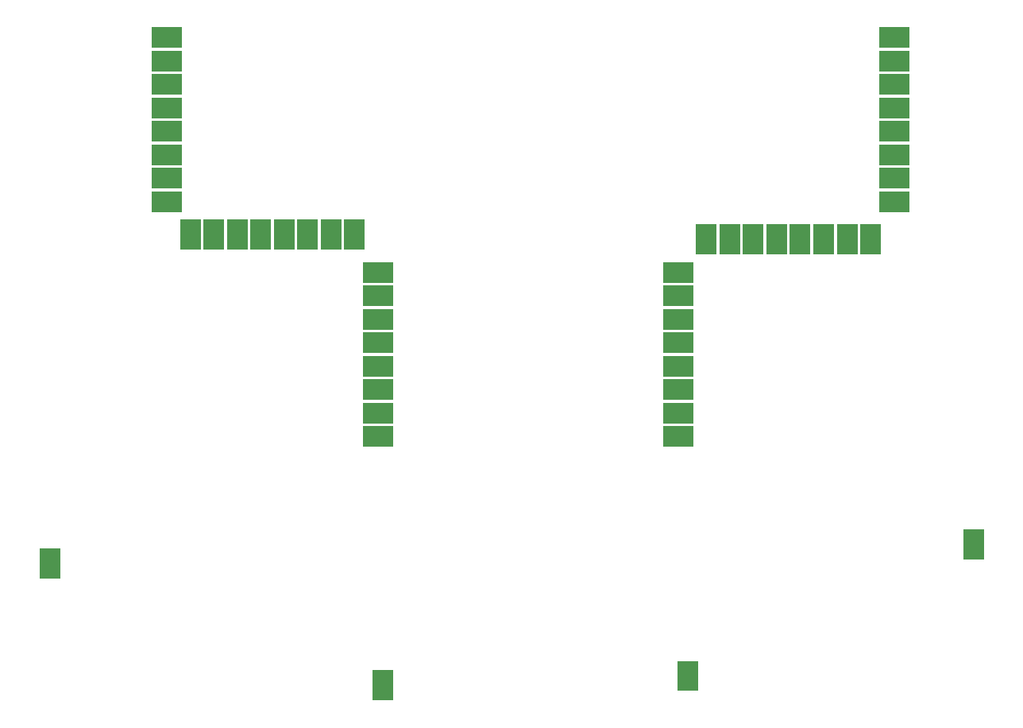
<source format=gbs>
G04 Layer: BottomSolderMaskLayer*
G04 EasyEDA v6.4.25, 2022-01-12T17:36:27--7:00*
G04 12c81a346b754f11b05be9c808d69f64,c152627e17c142f38e8cee34c074023c,10*
G04 Gerber Generator version 0.2*
G04 Scale: 100 percent, Rotated: No, Reflected: No *
G04 Dimensions in millimeters *
G04 leading zeros omitted , absolute positions ,4 integer and 5 decimal *
%FSLAX45Y45*%
%MOMM*%

%ADD16R,3.2032X2.2032*%

%LPD*%
G36*
X10989818Y-4110228D02*
G01*
X10989818Y-3889755D01*
X11310111Y-3889755D01*
X11310111Y-4110228D01*
G37*
G36*
X10989818Y-4360163D02*
G01*
X10989818Y-4139945D01*
X11310111Y-4139945D01*
X11310111Y-4360163D01*
G37*
G36*
X10989818Y-4610100D02*
G01*
X10989818Y-4389881D01*
X11310111Y-4389881D01*
X11310111Y-4610100D01*
G37*
D16*
G01*
X11149990Y-4750003D03*
G36*
X10989818Y-5110226D02*
G01*
X10989818Y-4889754D01*
X11310111Y-4889754D01*
X11310111Y-5110226D01*
G37*
G36*
X10989818Y-5360162D02*
G01*
X10989818Y-5139944D01*
X11310111Y-5139944D01*
X11310111Y-5360162D01*
G37*
G36*
X10989818Y-5610097D02*
G01*
X10989818Y-5389879D01*
X11310111Y-5389879D01*
X11310111Y-5610097D01*
G37*
G36*
X10989818Y-5860034D02*
G01*
X10989818Y-5639815D01*
X11310111Y-5639815D01*
X11310111Y-5860034D01*
G37*
G36*
X10789920Y-6310121D02*
G01*
X10789920Y-5989828D01*
X11010138Y-5989828D01*
X11010138Y-6310121D01*
G37*
G36*
X10539729Y-6310121D02*
G01*
X10539729Y-5989828D01*
X10760202Y-5989828D01*
X10760202Y-6310121D01*
G37*
G36*
X10289793Y-6310121D02*
G01*
X10289793Y-5989828D01*
X10510265Y-5989828D01*
X10510265Y-6310121D01*
G37*
G36*
X10039858Y-6310121D02*
G01*
X10039858Y-5989828D01*
X10260075Y-5989828D01*
X10260075Y-6310121D01*
G37*
G36*
X9789922Y-6310121D02*
G01*
X9789922Y-5989828D01*
X10010140Y-5989828D01*
X10010140Y-6310121D01*
G37*
G36*
X9539731Y-6310121D02*
G01*
X9539731Y-5989828D01*
X9760204Y-5989828D01*
X9760204Y-6310121D01*
G37*
G36*
X9289795Y-6310121D02*
G01*
X9289795Y-5989828D01*
X9510268Y-5989828D01*
X9510268Y-6310121D01*
G37*
G36*
X9039859Y-6310121D02*
G01*
X9039859Y-5989828D01*
X9260077Y-5989828D01*
X9260077Y-6310121D01*
G37*
G36*
X8689847Y-6610095D02*
G01*
X8689847Y-6389878D01*
X9010141Y-6389878D01*
X9010141Y-6610095D01*
G37*
G36*
X8689847Y-6860286D02*
G01*
X8689847Y-6639813D01*
X9010141Y-6639813D01*
X9010141Y-6860286D01*
G37*
G36*
X8689847Y-7110221D02*
G01*
X8689847Y-6889750D01*
X9010141Y-6889750D01*
X9010141Y-7110221D01*
G37*
G36*
X8689847Y-7360158D02*
G01*
X8689847Y-7139939D01*
X9010141Y-7139939D01*
X9010141Y-7360158D01*
G37*
G36*
X8689847Y-7610094D02*
G01*
X8689847Y-7389876D01*
X9010141Y-7389876D01*
X9010141Y-7610094D01*
G37*
G01*
X8849995Y-7749997D03*
G36*
X8689847Y-8110220D02*
G01*
X8689847Y-7889747D01*
X9010141Y-7889747D01*
X9010141Y-8110220D01*
G37*
G36*
X8689847Y-8360155D02*
G01*
X8689847Y-8139937D01*
X9010141Y-8139937D01*
X9010141Y-8360155D01*
G37*
G36*
X5489956Y-8360155D02*
G01*
X5489956Y-8139937D01*
X5810250Y-8139937D01*
X5810250Y-8360155D01*
G37*
G36*
X5489956Y-8110220D02*
G01*
X5489956Y-7889747D01*
X5810250Y-7889747D01*
X5810250Y-8110220D01*
G37*
G36*
X5489956Y-7860284D02*
G01*
X5489956Y-7639812D01*
X5810250Y-7639812D01*
X5810250Y-7860284D01*
G37*
G36*
X5489956Y-7610094D02*
G01*
X5489956Y-7389876D01*
X5810250Y-7389876D01*
X5810250Y-7610094D01*
G37*
G36*
X5489956Y-7360158D02*
G01*
X5489956Y-7139939D01*
X5810250Y-7139939D01*
X5810250Y-7360158D01*
G37*
G36*
X5489956Y-7110221D02*
G01*
X5489956Y-6889750D01*
X5810250Y-6889750D01*
X5810250Y-7110221D01*
G37*
G36*
X5489956Y-6860286D02*
G01*
X5489956Y-6639813D01*
X5810250Y-6639813D01*
X5810250Y-6860286D01*
G37*
G36*
X5489956Y-6610095D02*
G01*
X5489956Y-6389878D01*
X5810250Y-6389878D01*
X5810250Y-6610095D01*
G37*
G36*
X5289804Y-6260084D02*
G01*
X5289804Y-5939789D01*
X5510275Y-5939789D01*
X5510275Y-6260084D01*
G37*
G36*
X5039868Y-6260084D02*
G01*
X5039868Y-5939789D01*
X5260086Y-5939789D01*
X5260086Y-6260084D01*
G37*
G36*
X4789931Y-6260084D02*
G01*
X4789931Y-5939789D01*
X5010150Y-5939789D01*
X5010150Y-6260084D01*
G37*
G36*
X4539741Y-6260084D02*
G01*
X4539741Y-5939789D01*
X4760213Y-5939789D01*
X4760213Y-6260084D01*
G37*
G36*
X4289806Y-6260084D02*
G01*
X4289806Y-5939789D01*
X4510277Y-5939789D01*
X4510277Y-6260084D01*
G37*
G36*
X4039870Y-6260084D02*
G01*
X4039870Y-5939789D01*
X4260088Y-5939789D01*
X4260088Y-6260084D01*
G37*
G36*
X3789934Y-6260084D02*
G01*
X3789934Y-5939789D01*
X4010152Y-5939789D01*
X4010152Y-6260084D01*
G37*
G36*
X3539743Y-6260084D02*
G01*
X3539743Y-5939789D01*
X3760215Y-5939789D01*
X3760215Y-6260084D01*
G37*
G36*
X3239770Y-5860034D02*
G01*
X3239770Y-5639815D01*
X3560063Y-5639815D01*
X3560063Y-5860034D01*
G37*
G36*
X3239770Y-5610097D02*
G01*
X3239770Y-5389879D01*
X3560063Y-5389879D01*
X3560063Y-5610097D01*
G37*
G36*
X3239770Y-5360162D02*
G01*
X3239770Y-5139944D01*
X3560063Y-5139944D01*
X3560063Y-5360162D01*
G37*
G36*
X3239770Y-5110226D02*
G01*
X3239770Y-4889754D01*
X3560063Y-4889754D01*
X3560063Y-5110226D01*
G37*
G36*
X3239770Y-4860036D02*
G01*
X3239770Y-4639818D01*
X3560063Y-4639818D01*
X3560063Y-4860036D01*
G37*
G36*
X3239770Y-4610100D02*
G01*
X3239770Y-4389881D01*
X3560063Y-4389881D01*
X3560063Y-4610100D01*
G37*
G36*
X3239770Y-4360163D02*
G01*
X3239770Y-4139945D01*
X3560063Y-4139945D01*
X3560063Y-4360163D01*
G37*
G36*
X3239770Y-4110228D02*
G01*
X3239770Y-3889755D01*
X3560063Y-3889755D01*
X3560063Y-4110228D01*
G37*
G36*
X8839961Y-10960100D02*
G01*
X8839961Y-10639805D01*
X9060179Y-10639805D01*
X9060179Y-10960100D01*
G37*
G36*
X5589777Y-11060176D02*
G01*
X5589777Y-10739881D01*
X5810250Y-10739881D01*
X5810250Y-11060176D01*
G37*
G36*
X11889740Y-9560052D02*
G01*
X11889740Y-9239758D01*
X12110211Y-9239758D01*
X12110211Y-9560052D01*
G37*
G36*
X2039874Y-9760204D02*
G01*
X2039874Y-9439910D01*
X2260091Y-9439910D01*
X2260091Y-9760204D01*
G37*
M02*

</source>
